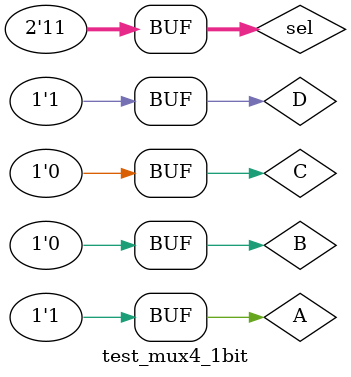
<source format=v>
`timescale 1ns / 1ps


module test_mux4_1bit;

	// Inputs
	reg A;
	reg B;
	reg C;
	reg D;
	reg [1:0] sel;

	// Outputs
	wire OUT;

	// Instantiate the Unit Under Test (UUT)
	mux4_1bit uut (
		.A(A), 
		.B(B), 
		.C(C), 
		.D(D), 
		.sel(sel), 
		.OUT(OUT)
	);

	initial begin
		// Initialize Inputs
		A = 1;
		B = 0;
		C = 1;
		D = 0;
		sel = 0;

		// Wait 100 ns for global reset to finish
		#100;
        
		// Add stimulus here
		sel = 1;
		#1;
		sel = 2;
		#1;
		C = 0;
		#1;
		sel = 3;
		#1;
		D = 1;
	
	end
      
endmodule


</source>
